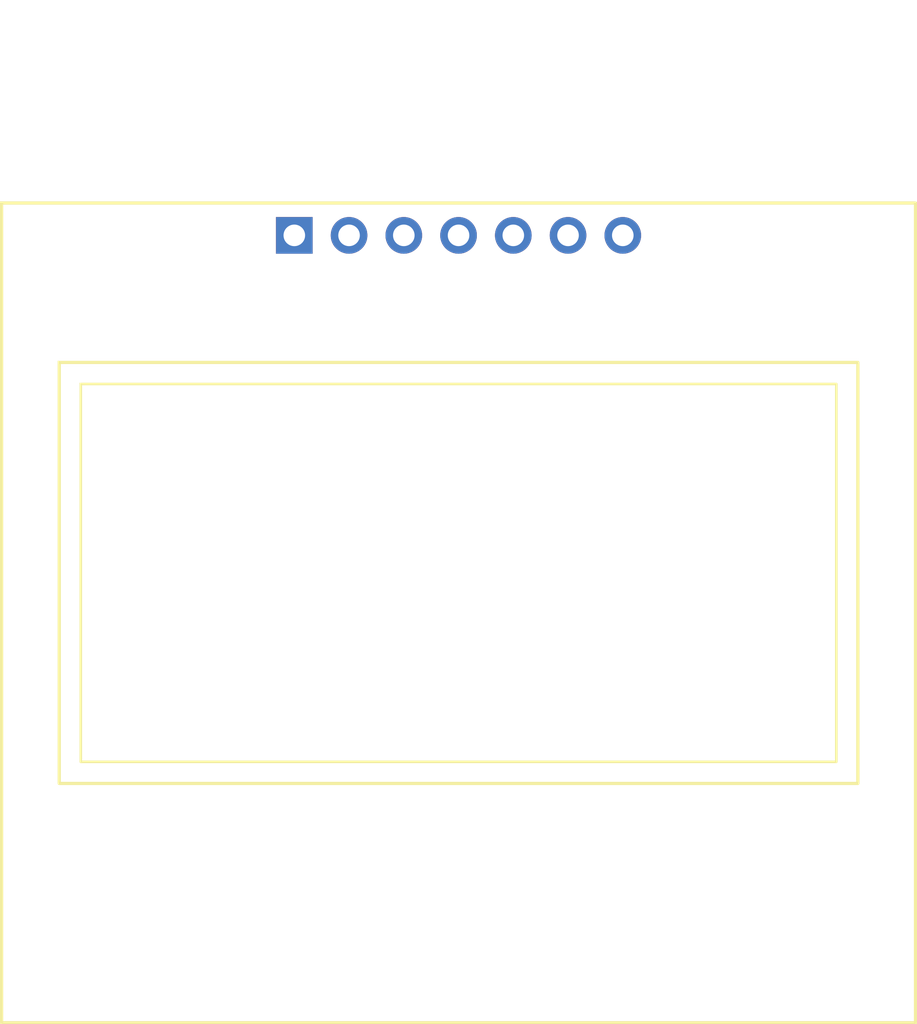
<source format=kicad_pcb>
(kicad_pcb (version 20211014) (generator pcbnew)
  (layers (0 "F.Cu" signal) (31 "B.Cu" signal) (34 "B.Paste" user) (35 "F.Paste" user) (36 "B.SilkS" user "B.Silkscreen") (37 "F.SilkS" user "F.Silkscreen") (38 "B.Mask" user) (39 "F.Mask" user) (44 "Edge.Cuts" user))
  (net 0 "")
  (net 1 "Pin0.SCK")
  (net 2 "Pin0.DAT")
  (net 3 "GND")
  (net 4 "3V3SW")
  (net 5 "Pin0.RST")
  (net 6 "Pin0.CMD")
  (net 7 "Pin0.NSS")
  (footprint "Connector_PinHeader_2.54mm:PinHeader_1x07_P2.54mm_Vertical" (layer "F.Cu") (at -7.62 -15.648 90)
    (fp_text reference "J1" hide)
    (fp_text value "ER-OLEDM015-2W-SPI-I2C")
    (pad "1" thru_hole rect locked (at 0 0 90) (size 1.7 1.7) (drill 1) (layers *.Cu *.Mask) (net 3 "GND"))
    (pad "2" thru_hole oval locked (at 0 2.54 90) (size 1.7 1.7) (drill 1) (layers *.Cu *.Mask) (net 4 "3V3SW"))
    (pad "3" thru_hole oval locked (at 0 5.08 90) (size 1.7 1.7) (drill 1) (layers *.Cu *.Mask) (net 1 "Pin0.SCK"))
    (pad "4" thru_hole oval locked (at 0 7.62 90) (size 1.7 1.7) (drill 1) (layers *.Cu *.Mask) (net 2 "Pin0.DAT"))
    (pad "5" thru_hole oval locked (at 0 10.16 90) (size 1.7 1.7) (drill 1) (layers *.Cu *.Mask) (net 5 "Pin0.RST"))
    (pad "6" thru_hole oval locked (at 0 12.7 90) (size 1.7 1.7) (drill 1) (layers *.Cu *.Mask) (net 6 "Pin0.CMD"))
    (pad "7" thru_hole oval locked (at 0 15.24 90) (size 1.7 1.7) (drill 1) (layers *.Cu *.Mask) (net 7 "Pin0.NSS"))
  )
  (gr_rect (start -17.526 -8.758) (end 17.526 8.758) (layer "F.SilkS") (width 0.12) (fill none))
  (gr_rect (start -18.526 -9.758) (end 18.526 9.758) (layer "F.SilkS") (width 0.15) (fill none))
  (gr_rect (start -21.2 -17.148) (end 21.2 20.852) (layer "F.SilkS") (width 0.15) (fill none))
)
</source>
